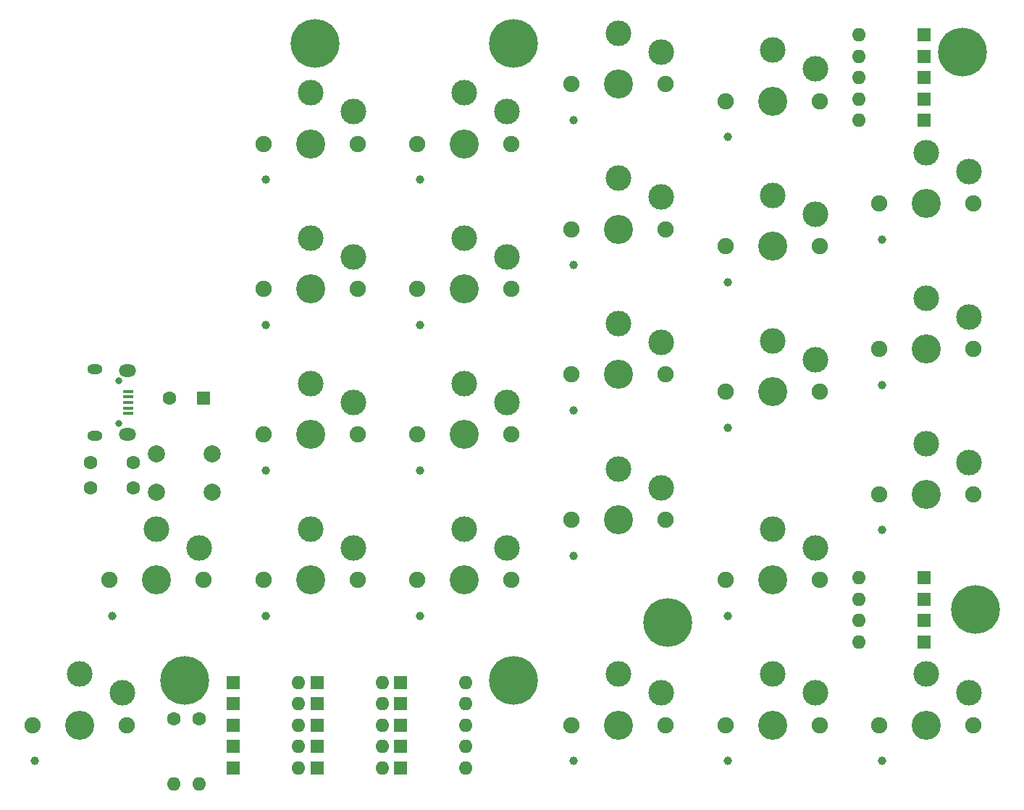
<source format=gts>
%TF.GenerationSoftware,KiCad,Pcbnew,(5.99.0-12766-g4a3658027e)*%
%TF.CreationDate,2021-12-04T14:11:47+09:00*%
%TF.ProjectId,right,72696768-742e-46b6-9963-61645f706362,rev?*%
%TF.SameCoordinates,Original*%
%TF.FileFunction,Soldermask,Top*%
%TF.FilePolarity,Negative*%
%FSLAX46Y46*%
G04 Gerber Fmt 4.6, Leading zero omitted, Abs format (unit mm)*
G04 Created by KiCad (PCBNEW (5.99.0-12766-g4a3658027e)) date 2021-12-04 14:11:47*
%MOMM*%
%LPD*%
G01*
G04 APERTURE LIST*
%ADD10R,1.600000X1.600000*%
%ADD11O,1.600000X1.600000*%
%ADD12C,1.600000*%
%ADD13C,3.000000*%
%ADD14C,3.400000*%
%ADD15C,1.900000*%
%ADD16C,0.990600*%
%ADD17C,2.000000*%
%ADD18C,5.700000*%
%ADD19O,0.800000X0.800000*%
%ADD20R,1.300000X0.450000*%
%ADD21O,1.800000X1.150000*%
%ADD22O,2.000000X1.450000*%
G04 APERTURE END LIST*
D10*
%TO.C,D24*%
X265750000Y-20500000D03*
D11*
X258130000Y-20500000D03*
%TD*%
D10*
%TO.C,D27*%
X185000000Y-96250000D03*
D11*
X192620000Y-96250000D03*
%TD*%
D10*
%TO.C,D28*%
X265750000Y-84000000D03*
D11*
X258130000Y-84000000D03*
%TD*%
D10*
%TO.C,D29*%
X265750000Y-23000000D03*
D11*
X258130000Y-23000000D03*
%TD*%
D10*
%TO.C,D30*%
X204500000Y-98750000D03*
D11*
X212120000Y-98750000D03*
%TD*%
D10*
%TO.C,D32*%
X185000000Y-98750000D03*
D11*
X192620000Y-98750000D03*
%TD*%
D10*
%TO.C,D34*%
X265750000Y-25500000D03*
D11*
X258130000Y-25500000D03*
%TD*%
D10*
%TO.C,D35*%
X204500000Y-101250000D03*
D11*
X212120000Y-101250000D03*
%TD*%
D10*
%TO.C,D38*%
X265750000Y-86500000D03*
D11*
X258130000Y-86500000D03*
%TD*%
D10*
%TO.C,D40*%
X204500000Y-103750000D03*
D11*
X212120000Y-103750000D03*
%TD*%
D10*
%TO.C,D41*%
X194750000Y-103750000D03*
D11*
X202370000Y-103750000D03*
%TD*%
D10*
%TO.C,D42*%
X185000000Y-103750000D03*
D11*
X192620000Y-103750000D03*
%TD*%
D10*
%TO.C,D43*%
X265750000Y-30500000D03*
D11*
X258130000Y-30500000D03*
%TD*%
D10*
%TO.C,D44*%
X204500000Y-106250000D03*
D11*
X212120000Y-106250000D03*
%TD*%
D10*
%TO.C,D45*%
X194750000Y-106250000D03*
D11*
X202370000Y-106250000D03*
%TD*%
D12*
%TO.C,R3*%
X178000000Y-100500000D03*
D11*
X178000000Y-108120000D03*
%TD*%
D13*
%TO.C,SW24*%
X199000000Y-29500000D03*
X194000000Y-27300000D03*
D14*
X194000000Y-33250000D03*
D15*
X188500000Y-33250000D03*
D16*
X188780000Y-37450000D03*
D15*
X199500000Y-33250000D03*
%TD*%
%TO.C,SW25*%
X199500000Y-50250000D03*
D16*
X188780000Y-54450000D03*
D15*
X188500000Y-50250000D03*
D13*
X194000000Y-44300000D03*
X199000000Y-46500000D03*
D14*
X194000000Y-50250000D03*
%TD*%
%TO.C,SW26*%
X194000000Y-67250000D03*
D15*
X188500000Y-67250000D03*
D16*
X188780000Y-71450000D03*
D15*
X199500000Y-67250000D03*
D13*
X194000000Y-61300000D03*
X199000000Y-63500000D03*
%TD*%
D16*
%TO.C,SW28*%
X224780000Y-105450000D03*
D14*
X230000000Y-101250000D03*
D13*
X235000000Y-97500000D03*
D15*
X235500000Y-101250000D03*
D13*
X230000000Y-95300000D03*
D15*
X224500000Y-101250000D03*
%TD*%
D14*
%TO.C,SW29*%
X212000000Y-33250000D03*
D16*
X206780000Y-37450000D03*
D15*
X217500000Y-33250000D03*
D13*
X212000000Y-27300000D03*
X217000000Y-29500000D03*
D15*
X206500000Y-33250000D03*
%TD*%
D13*
%TO.C,SW30*%
X217000000Y-46500000D03*
X212000000Y-44300000D03*
D15*
X206500000Y-50250000D03*
D14*
X212000000Y-50250000D03*
D16*
X206780000Y-54450000D03*
D15*
X217500000Y-50250000D03*
%TD*%
D14*
%TO.C,SW31*%
X212000000Y-67250000D03*
D15*
X206500000Y-67250000D03*
X217500000Y-67250000D03*
D13*
X212000000Y-61300000D03*
X217000000Y-63500000D03*
D16*
X206780000Y-71450000D03*
%TD*%
D15*
%TO.C,SW33*%
X253500000Y-84250000D03*
D13*
X253000000Y-80500000D03*
D16*
X242780000Y-88450000D03*
D15*
X242500000Y-84250000D03*
D14*
X248000000Y-84250000D03*
D13*
X248000000Y-78300000D03*
%TD*%
D16*
%TO.C,SW34*%
X224780000Y-30450000D03*
D15*
X235500000Y-26250000D03*
D13*
X230000000Y-20300000D03*
D14*
X230000000Y-26250000D03*
D13*
X235000000Y-22500000D03*
D15*
X224500000Y-26250000D03*
%TD*%
D16*
%TO.C,SW35*%
X224780000Y-47450000D03*
D14*
X230000000Y-43250000D03*
D15*
X224500000Y-43250000D03*
X235500000Y-43250000D03*
D13*
X230000000Y-37300000D03*
X235000000Y-39500000D03*
%TD*%
D15*
%TO.C,SW36*%
X235500000Y-60250000D03*
D13*
X235000000Y-56500000D03*
D15*
X224500000Y-60250000D03*
D14*
X230000000Y-60250000D03*
D13*
X230000000Y-54300000D03*
D16*
X224780000Y-64450000D03*
%TD*%
D15*
%TO.C,SW38*%
X253500000Y-101250000D03*
D13*
X253000000Y-97500000D03*
X248000000Y-95300000D03*
D15*
X242500000Y-101250000D03*
D14*
X248000000Y-101250000D03*
D16*
X242780000Y-105450000D03*
%TD*%
D13*
%TO.C,SW39*%
X248000000Y-22300000D03*
X253000000Y-24500000D03*
D15*
X242500000Y-28250000D03*
D16*
X242780000Y-32450000D03*
D15*
X253500000Y-28250000D03*
D14*
X248000000Y-28250000D03*
%TD*%
D15*
%TO.C,SW40*%
X242500000Y-45250000D03*
X253500000Y-45250000D03*
D16*
X242780000Y-49450000D03*
D14*
X248000000Y-45250000D03*
D13*
X253000000Y-41500000D03*
X248000000Y-39300000D03*
%TD*%
%TO.C,SW41*%
X248000000Y-56300000D03*
D15*
X242500000Y-62250000D03*
D16*
X242780000Y-66450000D03*
D13*
X253000000Y-58500000D03*
D15*
X253500000Y-62250000D03*
D14*
X248000000Y-62250000D03*
%TD*%
D13*
%TO.C,SW43*%
X266000000Y-34300000D03*
D15*
X260500000Y-40250000D03*
D14*
X266000000Y-40250000D03*
D13*
X271000000Y-36500000D03*
D16*
X260780000Y-44450000D03*
D15*
X271500000Y-40250000D03*
%TD*%
D13*
%TO.C,SW44*%
X266000000Y-51300000D03*
D16*
X260780000Y-61450000D03*
D14*
X266000000Y-57250000D03*
D13*
X271000000Y-53500000D03*
D15*
X260500000Y-57250000D03*
X271500000Y-57250000D03*
%TD*%
%TO.C,SW45*%
X260500000Y-74250000D03*
D13*
X271000000Y-70500000D03*
D14*
X266000000Y-74250000D03*
D15*
X271500000Y-74250000D03*
D16*
X260780000Y-78450000D03*
D13*
X266000000Y-68300000D03*
%TD*%
D17*
%TO.C,SW48*%
X176000000Y-74000000D03*
X182500000Y-74000000D03*
X176000000Y-69500000D03*
X182500000Y-69500000D03*
%TD*%
D10*
%TO.C,D25*%
X204500000Y-96250000D03*
D11*
X212120000Y-96250000D03*
%TD*%
D10*
%TO.C,D26*%
X194750000Y-96250000D03*
D11*
X202370000Y-96250000D03*
%TD*%
D10*
%TO.C,D31*%
X194750000Y-98750000D03*
D11*
X202370000Y-98750000D03*
%TD*%
D10*
%TO.C,D33*%
X265750000Y-89000000D03*
D11*
X258130000Y-89000000D03*
%TD*%
D10*
%TO.C,D36*%
X194750000Y-101250000D03*
D11*
X202370000Y-101250000D03*
%TD*%
D10*
%TO.C,D37*%
X185000000Y-101250000D03*
D11*
X192620000Y-101250000D03*
%TD*%
D10*
%TO.C,D39*%
X265750000Y-28000000D03*
D11*
X258130000Y-28000000D03*
%TD*%
D13*
%TO.C,SW37*%
X199000000Y-80500000D03*
D14*
X194000000Y-84250000D03*
D15*
X188500000Y-84250000D03*
D13*
X194000000Y-78300000D03*
D15*
X199500000Y-84250000D03*
D16*
X188780000Y-88450000D03*
%TD*%
D14*
%TO.C,SW42*%
X212000000Y-84250000D03*
D15*
X206500000Y-84250000D03*
D13*
X217000000Y-80500000D03*
X212000000Y-78300000D03*
D15*
X217500000Y-84250000D03*
D16*
X206780000Y-88450000D03*
%TD*%
D15*
%TO.C,SW32*%
X181500000Y-84250000D03*
X170500000Y-84250000D03*
D16*
X170780000Y-88450000D03*
D14*
X176000000Y-84250000D03*
D13*
X181000000Y-80500000D03*
X176000000Y-78300000D03*
%TD*%
D14*
%TO.C,SW27*%
X167000000Y-101250000D03*
D15*
X172500000Y-101250000D03*
D13*
X167000000Y-95300000D03*
D15*
X161500000Y-101250000D03*
D16*
X161780000Y-105450000D03*
D13*
X172000000Y-97500000D03*
%TD*%
D10*
%TO.C,D46*%
X185000000Y-106250000D03*
D11*
X192620000Y-106250000D03*
%TD*%
D15*
%TO.C,SW46*%
X224500000Y-77250000D03*
D14*
X230000000Y-77250000D03*
D13*
X230000000Y-71300000D03*
D16*
X224780000Y-81450000D03*
D13*
X235000000Y-73500000D03*
D15*
X235500000Y-77250000D03*
%TD*%
D12*
%TO.C,R4*%
X181000000Y-100500000D03*
D11*
X181000000Y-108120000D03*
%TD*%
D18*
%TO.C,H15*%
X270250000Y-22500000D03*
%TD*%
D10*
%TO.C,D48*%
X265750000Y-91500000D03*
D11*
X258130000Y-91500000D03*
%TD*%
D18*
%TO.C,H10*%
X271750000Y-87750000D03*
%TD*%
%TO.C,H11*%
X179250000Y-96000000D03*
%TD*%
%TO.C,H14*%
X217750000Y-96000000D03*
%TD*%
D19*
%TO.C,J2*%
X171550000Y-66000000D03*
X171550000Y-61000000D03*
D20*
X172650000Y-62200000D03*
X172650000Y-62850000D03*
X172650000Y-63500000D03*
X172650000Y-64150000D03*
X172650000Y-64800000D03*
D21*
X168800000Y-59625000D03*
D22*
X172600000Y-59775000D03*
D21*
X168800000Y-67375000D03*
D22*
X172600000Y-67225000D03*
%TD*%
D18*
%TO.C,H13*%
X235750000Y-89250000D03*
%TD*%
D10*
%TO.C,BZ2*%
X181500000Y-63000000D03*
D12*
X177500000Y-63000000D03*
%TD*%
D18*
%TO.C,H9*%
X217750000Y-21500000D03*
%TD*%
D14*
%TO.C,SW50*%
X266000000Y-101250000D03*
D13*
X271000000Y-97500000D03*
X266000000Y-95300000D03*
D15*
X271500000Y-101250000D03*
X260500000Y-101250000D03*
D16*
X260780000Y-105450000D03*
%TD*%
D18*
%TO.C,H12*%
X194500000Y-21500000D03*
%TD*%
D12*
%TO.C,C4*%
X173250000Y-70500000D03*
X168250000Y-70500000D03*
%TD*%
%TO.C,C3*%
X173250000Y-73500000D03*
X168250000Y-73500000D03*
%TD*%
M02*

</source>
